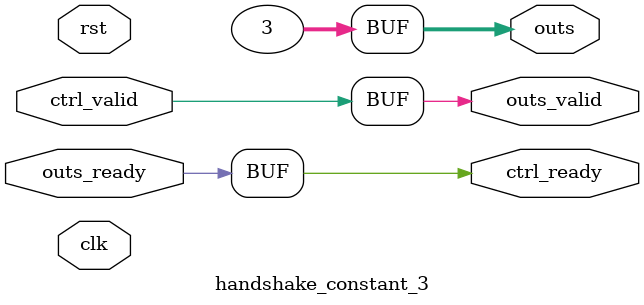
<source format=v>
`timescale 1ns / 1ps
module handshake_constant_3 #(
  parameter DATA_WIDTH = 32  // Default set to 32 bits
) (
  input                       clk,
  input                       rst,
  // Input Channel
  input                       ctrl_valid,
  output                      ctrl_ready,
  // Output Channel
  output [DATA_WIDTH - 1 : 0] outs,
  output                      outs_valid,
  input                       outs_ready
);
  assign outs       = 3'b011;
  assign outs_valid = ctrl_valid;
  assign ctrl_ready = outs_ready;

endmodule

</source>
